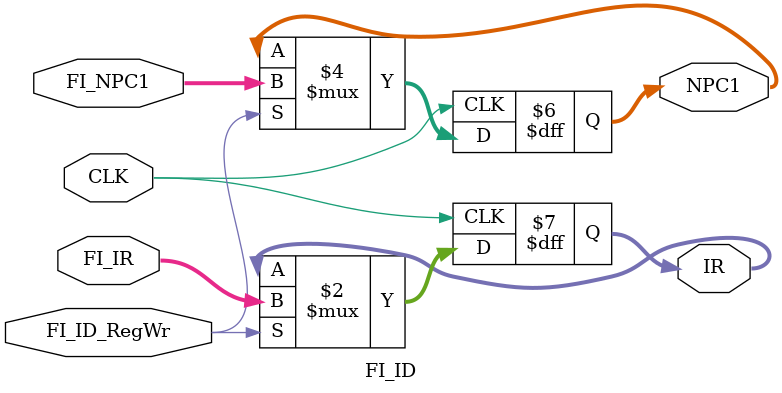
<source format=v>
module FI_ID(
    input wire CLK, FI_ID_RegWr,
    input wire [31:0] FI_NPC1, FI_IR,
    output reg [31:0] NPC1, IR
);

    always @(posedge CLK) begin
        if(FI_ID_RegWr) begin
            NPC1 <= FI_NPC1;
            IR <= FI_IR;
        end
    end

endmodule

</source>
